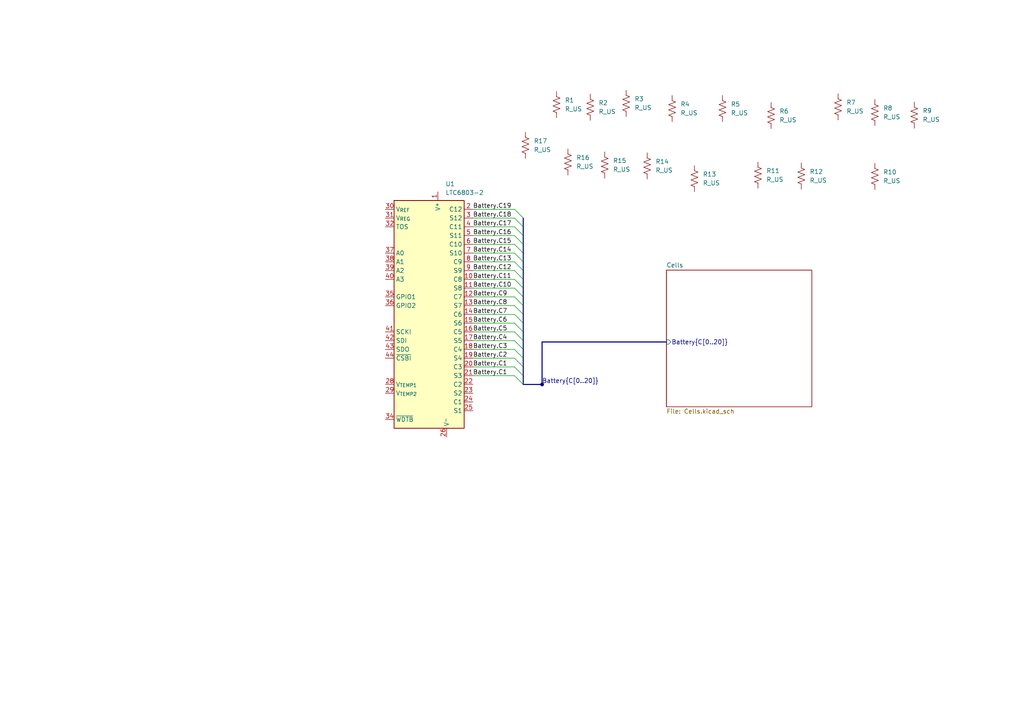
<source format=kicad_sch>
(kicad_sch (version 20230121) (generator eeschema)
  (paper "A4")
  (lib_symbols
    (symbol "Battery_Management:LTC6803-2"
      (property "Reference" "U" (at -10.16 34.29 0))
      (property "Value" "LTC6803-2" (at -10.16 -34.29 0))
      (symbol "LTC6803-2_0_1"
        (rectangle (start 10.16 -33.02) (end -10.16 33.02) (stroke (width 0.254)) (fill (type background)))
      )
      (symbol "LTC6803-2_1_1"
        (pin input line (at 2.54 35.56 270) (length 2.54) (name "V^{+}") (number "1"))
        (pin input line (at 12.7 10.16 180) (length 2.54) (name "C8") (number "10"))
        (pin input line (at 12.7 7.62 180) (length 2.54) (name "S8") (number "11"))
        (pin input line (at 12.7 5.08 180) (length 2.54) (name "C7") (number "12"))
        (pin input line (at 12.7 2.54 180) (length 2.54) (name "S7") (number "13"))
        (pin input line (at 12.7 0 180) (length 2.54) (name "C6") (number "14"))
        (pin input line (at 12.7 -2.54 180) (length 2.54) (name "S6") (number "15"))
        (pin input line (at 12.7 -5.08 180) (length 2.54) (name "C5") (number "16"))
        (pin input line (at 12.7 -7.62 180) (length 2.54) (name "S5") (number "17"))
        (pin input line (at 12.7 -10.16 180) (length 2.54) (name "C4") (number "18"))
        (pin input line (at 12.7 -12.7 180) (length 2.54) (name "S4") (number "19"))
        (pin input line (at 12.7 30.48 180) (length 2.54) (name "C12") (number "2"))
        (pin input line (at 12.7 -15.24 180) (length 2.54) (name "C3") (number "20"))
        (pin input line (at 12.7 -17.78 180) (length 2.54) (name "S3") (number "21"))
        (pin input line (at 12.7 -20.32 180) (length 2.54) (name "C2") (number "22"))
        (pin input line (at 12.7 -22.86 180) (length 2.54) (name "S2") (number "23"))
        (pin input line (at 12.7 -25.4 180) (length 2.54) (name "C1") (number "24"))
        (pin input line (at 12.7 -27.94 180) (length 2.54) (name "S1") (number "25"))
        (pin input line (at 5.08 -35.56 90) (length 2.54) (name "V^{-}") (number "26"))
        (pin no_connect line (at 0 33.02 270) (length 2.54) hide (name "NC") (number "27"))
        (pin input line (at -12.7 -20.32 0) (length 2.54) (name "V_{TEMP1}") (number "28"))
        (pin input line (at -12.7 -22.86 0) (length 2.54) (name "V_{TEMP2}") (number "29"))
        (pin input line (at 12.7 27.94 180) (length 2.54) (name "S12") (number "3"))
        (pin input line (at -12.7 30.48 0) (length 2.54) (name "V_{REF}") (number "30"))
        (pin input line (at -12.7 27.94 0) (length 2.54) (name "V_{REG}") (number "31"))
        (pin input line (at -12.7 25.4 0) (length 2.54) (name "TOS") (number "32"))
        (pin no_connect line (at -2.54 33.02 270) (length 2.54) hide (name "NC") (number "33"))
        (pin open_collector line (at -12.7 -30.48 0) (length 2.54) (name "~{WDTB}") (number "34"))
        (pin input line (at -12.7 5.08 0) (length 2.54) (name "GPIO1") (number "35"))
        (pin input line (at -12.7 2.54 0) (length 2.54) (name "GPIO2") (number "36"))
        (pin input line (at -12.7 17.78 0) (length 2.54) (name "A0") (number "37"))
        (pin input line (at -12.7 15.24 0) (length 2.54) (name "A1") (number "38"))
        (pin input line (at -12.7 12.7 0) (length 2.54) (name "A2") (number "39"))
        (pin input line (at 12.7 25.4 180) (length 2.54) (name "C11") (number "4"))
        (pin input line (at -12.7 10.16 0) (length 2.54) (name "A3") (number "40"))
        (pin input line (at -12.7 -5.08 0) (length 2.54) (name "SCKI") (number "41"))
        (pin input line (at -12.7 -7.62 0) (length 2.54) (name "SDI") (number "42"))
        (pin open_collector line (at -12.7 -10.16 0) (length 2.54) (name "SDO") (number "43"))
        (pin input line (at -12.7 -12.7 0) (length 2.54) (name "~{CSBI}") (number "44"))
        (pin input line (at 12.7 22.86 180) (length 2.54) (name "S11") (number "5"))
        (pin input line (at 12.7 20.32 180) (length 2.54) (name "C10") (number "6"))
        (pin input line (at 12.7 17.78 180) (length 2.54) (name "S10") (number "7"))
        (pin input line (at 12.7 15.24 180) (length 2.54) (name "C9") (number "8"))
        (pin input line (at 12.7 12.7 180) (length 2.54) (name "S9") (number "9"))
      )
    )
    (symbol "Device:R_US" (pin_numbers hide) (pin_names (offset 0))
      (property "Reference" "R" (at 2.54 0 90))
      (property "Value" "R_US" (at -2.54 0 90))
      (symbol "R_US_0_1"
        (polyline (pts (xy 0 -2.286) (xy 0 -2.54)))
        (polyline (pts (xy 0 2.286) (xy 0 2.54)))
        (polyline (pts (xy 0 -0.762) (xy 1.016 -1.143) (xy 0 -1.524) (xy -1.016 -1.905) (xy 0 -2.286)))
        (polyline (pts (xy 0 0.762) (xy 1.016 0.381) (xy 0 0) (xy -1.016 -0.381) (xy 0 -0.762)))
        (polyline (pts (xy 0 2.286) (xy 1.016 1.905) (xy 0 1.524) (xy -1.016 1.143) (xy 0 0.762)))
      )
      (symbol "R_US_1_1"
        (pin passive line (at 0 3.81 270) (length 1.27) (name "~") (number "1"))
        (pin passive line (at 0 -3.81 90) (length 1.27) (name "~") (number "2"))
      )
    )
  )
  (junction (at 157.226 111.506))
  (bus_entry (at 149.225 65.786) (size 2.54 2.54))
  (bus_entry (at 149.225 91.186) (size 2.54 2.54))
  (bus_entry (at 149.225 63.246) (size 2.54 2.54))
  (bus_entry (at 149.225 60.706) (size 2.54 2.54))
  (bus_entry (at 149.225 108.966) (size 2.54 2.54))
  (bus_entry (at 149.225 106.426) (size 2.54 2.54))
  (bus_entry (at 149.225 103.886) (size 2.54 2.54))
  (bus_entry (at 149.225 81.026) (size 2.54 2.54))
  (bus_entry (at 149.225 75.946) (size 2.54 2.54))
  (bus_entry (at 149.225 70.866) (size 2.54 2.54))
  (bus_entry (at 149.225 73.406) (size 2.54 2.54))
  (bus_entry (at 149.225 98.806) (size 2.54 2.54))
  (bus_entry (at 149.225 78.486) (size 2.54 2.54))
  (bus_entry (at 149.225 101.346) (size 2.54 2.54))
  (bus_entry (at 149.225 93.726) (size 2.54 2.54))
  (bus_entry (at 149.225 83.566) (size 2.54 2.54))
  (bus_entry (at 149.225 88.646) (size 2.54 2.54))
  (bus_entry (at 149.225 68.326) (size 2.54 2.54))
  (bus_entry (at 149.225 96.266) (size 2.54 2.54))
  (bus_entry (at 149.225 86.106) (size 2.54 2.54))
  (bus (pts (xy 151.765 68.326) (xy 151.765 70.866)))
  (wire (pts (xy 137.16 81.026) (xy 149.225 81.026)))
  (bus (pts (xy 151.765 93.726) (xy 151.765 96.266)))
  (wire (pts (xy 137.16 88.646) (xy 149.225 88.646)))
  (bus (pts (xy 151.765 70.866) (xy 151.765 73.406)))
  (bus (pts (xy 151.765 91.186) (xy 151.765 93.726)))
  (wire (pts (xy 137.16 65.786) (xy 149.225 65.786)))
  (wire (pts (xy 137.16 73.406) (xy 149.225 73.406)))
  (wire (pts (xy 137.16 103.886) (xy 149.225 103.886)))
  (bus (pts (xy 151.765 65.786) (xy 151.765 68.326)))
  (wire (pts (xy 137.16 78.486) (xy 149.225 78.486)))
  (wire (pts (xy 137.16 83.566) (xy 149.225 83.566)))
  (bus (pts (xy 151.765 86.106) (xy 151.765 88.646)))
  (bus (pts (xy 151.765 96.266) (xy 151.765 98.806)))
  (wire (pts (xy 137.16 68.326) (xy 149.225 68.326)))
  (wire (pts (xy 137.16 91.186) (xy 149.225 91.186)))
  (wire (pts (xy 137.16 96.266) (xy 149.225 96.266)))
  (bus (pts (xy 151.765 78.486) (xy 151.765 81.026)))
  (wire (pts (xy 137.16 98.806) (xy 149.225 98.806)))
  (bus (pts (xy 151.765 98.806) (xy 151.765 101.346)))
  (bus (pts (xy 151.765 108.966) (xy 151.765 111.506)))
  (bus (pts (xy 157.226 111.506) (xy 157.226 111.633)))
  (wire (pts (xy 137.16 101.346) (xy 149.225 101.346)))
  (wire (pts (xy 137.16 108.966) (xy 149.225 108.966)))
  (wire (pts (xy 137.16 93.726) (xy 149.225 93.726)))
  (wire (pts (xy 137.16 60.706) (xy 149.225 60.706)))
  (bus (pts (xy 151.765 101.346) (xy 151.765 103.886)))
  (wire (pts (xy 137.16 75.946) (xy 149.225 75.946)))
  (bus (pts (xy 151.765 81.026) (xy 151.765 83.566)))
  (wire (pts (xy 137.16 106.426) (xy 149.225 106.426)))
  (bus (pts (xy 151.765 106.426) (xy 151.765 108.966)))
  (bus (pts (xy 151.765 111.506) (xy 157.226 111.506)))
  (bus (pts (xy 151.765 73.406) (xy 151.765 75.946)))
  (bus (pts (xy 151.765 103.886) (xy 151.765 106.426)))
  (wire (pts (xy 137.16 63.246) (xy 149.225 63.246)))
  (bus (pts (xy 157.226 99.187) (xy 157.226 111.506)))
  (bus (pts (xy 151.765 75.946) (xy 151.765 78.486)))
  (wire (pts (xy 137.16 70.866) (xy 149.225 70.866)))
  (bus (pts (xy 151.765 63.246) (xy 151.765 65.786)))
  (bus (pts (xy 151.765 83.566) (xy 151.765 86.106)))
  (bus (pts (xy 151.765 88.646) (xy 151.765 91.186)))
  (bus (pts (xy 193.294 99.187) (xy 157.226 99.187)))
  (wire (pts (xy 137.16 86.106) (xy 149.225 86.106)))
  (label "Battery.C2" (at 137.16 103.886 0))
  (label "Battery.C17" (at 137.16 65.786 0))
  (label "Battery.C7" (at 137.16 91.186 0))
  (label "Battery.C13" (at 137.16 75.946 0))
  (label "Battery.C9" (at 137.16 86.106 0))
  (label "Battery.C5" (at 137.16 96.266 0))
  (label "Battery.C14" (at 137.16 73.406 0))
  (label "Battery.C11" (at 137.16 81.026 0))
  (label "Battery.C6" (at 137.16 93.726 0))
  (label "Battery.C1" (at 137.16 106.426 0))
  (label "Battery.C18" (at 137.16 63.246 0))
  (label "Battery.C8" (at 137.16 88.646 0))
  (label "Battery.C4" (at 137.16 98.806 0))
  (label "Battery.C15" (at 137.16 70.866 0))
  (label "Battery{C[0..20]}" (at 157.226 111.506 0))
  (label "Battery.C10" (at 137.16 83.566 0))
  (label "Battery.C16" (at 137.16 68.326 0))
  (label "Battery.C3" (at 137.16 101.346 0))
  (label "Battery.C1" (at 137.16 108.966 0))
  (label "Battery.C19" (at 137.16 60.706 0))
  (label "Battery.C12" (at 137.16 78.486 0))
  (symbol (lib_id "Device:R_US") (at 201.422 51.816 0) (unit 1)
    (property "Reference" "R13" (at 203.835 50.546 0) (effects (justify left)))
    (property "Value" "R_US" (at 203.835 53.086 0) (effects (justify left)))
    (property "Footprint" "Resistor_SMD:R_0603_1608Metric_Pad0.98x0.95mm_HandSolder" (effects hide))
  )
  (symbol (lib_id "Device:R_US") (at 243.078 30.988 0) (unit 1)
    (property "Reference" "R7" (at 245.491 29.718 0) (effects (justify left)))
    (property "Value" "R_US" (at 245.491 32.258 0) (effects (justify left)))
    (property "Footprint" "Resistor_SMD:R_0603_1608Metric_Pad0.98x0.95mm_HandSolder" (effects hide))
  )
  (symbol (lib_id "Device:R_US") (at 219.837 50.8 0) (unit 1)
    (property "Reference" "R11" (at 222.25 49.53 0) (effects (justify left)))
    (property "Value" "R_US" (at 222.25 52.07 0) (effects (justify left)))
    (property "Footprint" "Resistor_SMD:R_0603_1608Metric_Pad0.98x0.95mm_HandSolder" (effects hide))
  )
  (symbol (lib_id "Device:R_US") (at 187.706 48.133 0) (unit 1)
    (property "Reference" "R14" (at 190.119 46.863 0) (effects (justify left)))
    (property "Value" "R_US" (at 190.119 49.403 0) (effects (justify left)))
    (property "Footprint" "Resistor_SMD:R_0603_1608Metric_Pad0.98x0.95mm_HandSolder" (effects hide))
  )
  (symbol (lib_id "Device:R_US") (at 223.647 33.528 0) (unit 1)
    (property "Reference" "R6" (at 226.06 32.258 0) (effects (justify left)))
    (property "Value" "R_US" (at 226.06 34.798 0) (effects (justify left)))
    (property "Footprint" "Resistor_SMD:R_0603_1608Metric_Pad0.98x0.95mm_HandSolder" (effects hide))
  )
  (symbol (lib_id "Device:R_US") (at 181.61 29.972 0) (unit 1)
    (property "Reference" "R3" (at 184.023 28.702 0) (effects (justify left)))
    (property "Value" "R_US" (at 184.023 31.242 0) (effects (justify left)))
    (property "Footprint" "Resistor_SMD:R_0603_1608Metric_Pad0.98x0.95mm_HandSolder" (effects hide))
  )
  (symbol (lib_id "Device:R_US") (at 232.41 51.054 0) (unit 1)
    (property "Reference" "R12" (at 234.823 49.784 0) (effects (justify left)))
    (property "Value" "R_US" (at 234.823 52.324 0) (effects (justify left)))
    (property "Footprint" "Resistor_SMD:R_0603_1608Metric_Pad0.98x0.95mm_HandSolder" (effects hide))
  )
  (symbol (lib_id "Device:R_US") (at 194.945 31.496 0) (unit 1)
    (property "Reference" "R4" (at 197.358 30.226 0) (effects (justify left)))
    (property "Value" "R_US" (at 197.358 32.766 0) (effects (justify left)))
    (property "Footprint" "Resistor_SMD:R_0603_1608Metric_Pad0.98x0.95mm_HandSolder" (effects hide))
  )
  (symbol (lib_id "Device:R_US") (at 253.746 32.639 0) (unit 1)
    (property "Reference" "R8" (at 256.159 31.369 0) (effects (justify left)))
    (property "Value" "R_US" (at 256.159 33.909 0) (effects (justify left)))
    (property "Footprint" "Resistor_SMD:R_0603_1608Metric_Pad0.98x0.95mm_HandSolder" (effects hide))
  )
  (symbol (lib_id "Device:R_US") (at 171.196 31.115 0) (unit 1)
    (property "Reference" "R2" (at 173.609 29.845 0) (effects (justify left)))
    (property "Value" "R_US" (at 173.609 32.385 0) (effects (justify left)))
    (property "Footprint" "Resistor_SMD:R_0603_1608Metric_Pad0.98x0.95mm_HandSolder" (effects hide))
  )
  (symbol (lib_id "Device:R_US") (at 253.746 51.181 0) (unit 1)
    (property "Reference" "R10" (at 256.159 49.911 0) (effects (justify left)))
    (property "Value" "R_US" (at 256.159 52.451 0) (effects (justify left)))
    (property "Footprint" "Resistor_SMD:R_0603_1608Metric_Pad0.98x0.95mm_HandSolder" (effects hide))
  )
  (symbol (lib_id "Device:R_US") (at 175.387 47.879 0) (unit 1)
    (property "Reference" "R15" (at 177.8 46.609 0) (effects (justify left)))
    (property "Value" "R_US" (at 177.8 49.149 0) (effects (justify left)))
    (property "Footprint" "Resistor_SMD:R_0603_1608Metric_Pad0.98x0.95mm_HandSolder" (effects hide))
  )
  (symbol (lib_id "Device:R_US") (at 209.55 31.496 0) (unit 1)
    (property "Reference" "R5" (at 211.963 30.226 0) (effects (justify left)))
    (property "Value" "R_US" (at 211.963 32.766 0) (effects (justify left)))
    (property "Footprint" "Resistor_SMD:R_0603_1608Metric_Pad0.98x0.95mm_HandSolder" (effects hide))
  )
  (symbol (lib_id "Battery_Management:LTC6803-2") (at 124.46 91.186 0) (unit 1)
    (property "Reference" "U1" (at 129.1941 53.34 0) (effects (justify left)))
    (property "Value" "LTC6803-2" (at 129.1941 55.88 0) (effects (justify left)))
    (property "Footprint" "Package_SO:SSOP-44_5.3x12.8mm_P0.5mm" (effects hide))
    (property "Datasheet" "https://www.analog.com/media/en/technical-documentation/data-sheets/680324fa.pdf" (effects hide))
  )
  (symbol (lib_id "Device:R_US") (at 265.176 33.401 0) (unit 1)
    (property "Reference" "R9" (at 267.589 32.131 0) (effects (justify left)))
    (property "Value" "R_US" (at 267.589 34.671 0) (effects (justify left)))
    (property "Footprint" "Resistor_SMD:R_0603_1608Metric_Pad0.98x0.95mm_HandSolder" (effects hide))
  )
  (symbol (lib_id "Device:R_US") (at 152.4 42.164 0) (unit 1)
    (property "Reference" "R17" (at 154.813 40.894 0) (effects (justify left)))
    (property "Value" "R_US" (at 154.813 43.434 0) (effects (justify left)))
    (property "Footprint" "Resistor_SMD:R_0603_1608Metric_Pad0.98x0.95mm_HandSolder" (effects hide))
  )
  (symbol (lib_id "Device:R_US") (at 164.719 46.99 0) (unit 1)
    (property "Reference" "R16" (at 167.132 45.72 0) (effects (justify left)))
    (property "Value" "R_US" (at 167.132 48.26 0) (effects (justify left)))
    (property "Footprint" "Resistor_SMD:R_0603_1608Metric_Pad0.98x0.95mm_HandSolder" (effects hide))
  )
  (symbol (lib_id "Device:R_US") (at 161.417 30.353 0) (unit 1)
    (property "Reference" "R1" (at 163.83 29.083 0) (effects (justify left)))
    (property "Value" "R_US" (at 163.83 31.623 0) (effects (justify left)))
    (property "Footprint" "Resistor_SMD:R_0603_1608Metric_Pad0.98x0.95mm_HandSolder" (effects hide))
  )
  (sheet (at 193.294 78.359) (size 42.164 39.624) (stroke (width 0.1524))
    (property "Sheetname" "Cells" (at 193.294 77.6474 0) (effects (justify left bottom)))
    (property "Sheetfile" "Cells.kicad_sch" (at 193.294 118.5676 0) (effects (justify left top)))
    (pin "Battery{C[0..20]}" input (at 193.294 99.187 180))
  )
)
</source>
